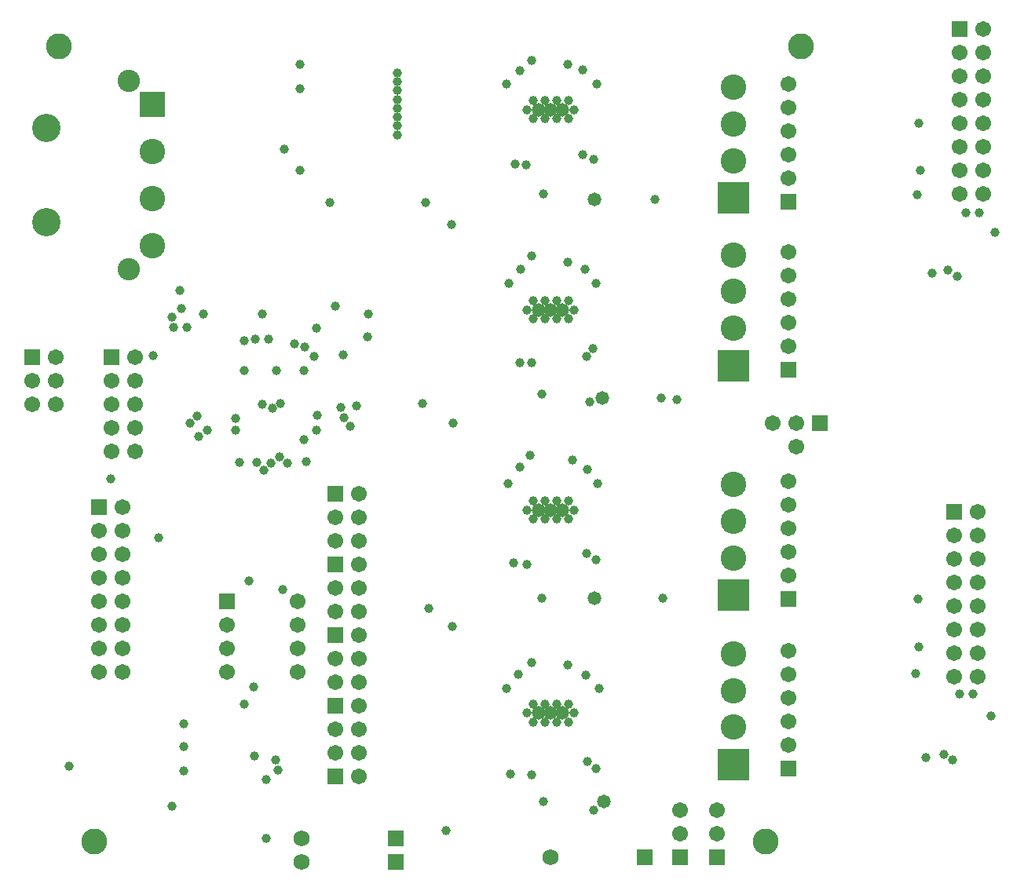
<source format=gbr>
G04 DipTrace 2.1.0.0*
%INBottom Mask.gbr*%
%MOIN*%
%ADD10C,0.01*%
%ADD11C,0.006*%
%ADD12C,0.003*%
%ADD13C,0.016*%
%ADD14C,0.008*%
%ADD15C,0.039*%
%ADD16C,0.012*%
%ADD17C,0.02*%
%ADD18C,0.06*%
%ADD19C,0.15*%
%ADD20C,0.05*%
%ADD21C,0.125*%
%ADD22C,0.1*%
%ADD23C,0.025*%
%ADD24C,0.013*%
%ADD25R,0.1063X0.063*%
%ADD26R,0.0591X0.0512*%
%ADD27R,0.0512X0.0591*%
%ADD28R,0.063X0.1063*%
%ADD29R,0.05X0.06*%
%ADD30R,0.06X0.05*%
%ADD31R,0.1X0.1*%
%ADD32R,0.0591X0.0591*%
%ADD33C,0.0591*%
%ADD34R,0.0827X0.0197*%
%ADD35R,0.0827X0.0591*%
%ADD36R,0.125X0.125*%
%ADD37C,0.1*%
%ADD38R,0.06X0.06*%
%ADD39R,0.071X0.14*%
%ADD40R,0.0551X0.0177*%
%ADD41R,0.0177X0.0551*%
%ADD42R,0.04X0.025*%
%ADD43R,0.012X0.065*%
%ADD44R,0.0827X0.0157*%
%ADD45R,0.09X0.056*%
%ADD46R,0.1X0.056*%
%ADD47R,0.0197X0.0827*%
%ADD48R,0.0591X0.0827*%
%ADD49R,0.0157X0.0827*%
%ADD50C,0.031*%
%ADD51C,0.019*%
%ADD52C,0.035*%
%ADD53C,0.095*%
%ADD54C,0.12*%
%ADD55C,0.11*%
%ADD56C,0.067*%
%ADD57C,0.0354*%
%ADD58C,0.063*%
%ADD59C,0.038*%
%ADD60C,0.023*%
%ADD61C,0.058*%
%ADD62C,0.042*%
%ADD63R,0.0237X0.0907*%
%ADD64R,0.0077X0.0747*%
%ADD65R,0.0671X0.0907*%
%ADD66R,0.0511X0.0747*%
%ADD67R,0.0277X0.0907*%
%ADD68R,0.0117X0.0747*%
%ADD69R,0.108X0.064*%
%ADD70R,0.092X0.048*%
%ADD71R,0.098X0.064*%
%ADD72R,0.082X0.048*%
%ADD73R,0.0907X0.0237*%
%ADD74R,0.0747X0.0077*%
%ADD75R,0.02X0.073*%
%ADD76R,0.004X0.057*%
%ADD77R,0.048X0.033*%
%ADD78R,0.032X0.017*%
%ADD79R,0.0257X0.0631*%
%ADD80R,0.0097X0.0471*%
%ADD81R,0.0631X0.0257*%
%ADD82R,0.0471X0.0097*%
%ADD83R,0.079X0.148*%
%ADD84R,0.063X0.132*%
%ADD85R,0.068X0.068*%
%ADD86R,0.052X0.052*%
%ADD87C,0.068*%
%ADD88C,0.052*%
%ADD89C,0.108*%
%ADD90C,0.092*%
%ADD91R,0.133X0.133*%
%ADD92R,0.117X0.117*%
%ADD93R,0.0907X0.0671*%
%ADD94R,0.0747X0.0511*%
%ADD95R,0.0907X0.0277*%
%ADD96R,0.0747X0.0117*%
%ADD97C,0.0671*%
%ADD98C,0.0511*%
%ADD99R,0.0671X0.0671*%
%ADD100R,0.0511X0.0511*%
%ADD101C,0.108*%
%ADD102C,0.092*%
%ADD103R,0.108X0.108*%
%ADD104R,0.092X0.092*%
%ADD105R,0.068X0.058*%
%ADD106R,0.052X0.042*%
%ADD107R,0.058X0.068*%
%ADD108R,0.042X0.052*%
%ADD109R,0.071X0.1143*%
%ADD110R,0.055X0.0983*%
%ADD111R,0.0592X0.0671*%
%ADD112R,0.0432X0.0511*%
%ADD113R,0.0671X0.0592*%
%ADD114R,0.0511X0.0432*%
%ADD115R,0.1143X0.071*%
%ADD116R,0.0983X0.055*%
%ADD117C,0.0062*%
%ADD118C,0.0124*%
%ADD119C,0.0077*%
%FSLAX44Y44*%
%SFA1B1*%
%OFA0B0*%
G04*
G70*
G90*
G75*
G01*
%LNBotMask*%
%LPD*%
D15*
X11065Y29315D3*
X20315Y37065D3*
X15503Y35315D3*
X10190Y18815D3*
X6378Y9127D3*
X14003Y17002D3*
X10190Y18815D3*
X28480Y24580D3*
X32190Y24690D3*
X24960Y38090D3*
X25040Y29630D3*
X28753D3*
X25040D3*
X28815Y21127D3*
X25003D3*
X28878Y12433D3*
X24940D3*
X28815Y21127D3*
X28780Y38090D3*
X24960D3*
X12253Y23377D3*
X14753Y6065D3*
Y8565D3*
X8128Y21315D3*
X14753Y8565D3*
Y6065D3*
X26503Y33440D3*
D61*
X28690Y33190D3*
D15*
X31252D3*
X26440Y24940D3*
D61*
X29003Y24752D3*
D15*
X31503D3*
X26503Y7627D3*
D61*
X29065D3*
D15*
X26440Y16252D3*
D61*
X28690D3*
D15*
X31565D3*
X25775Y34665D3*
X26014Y39076D3*
X11503Y23690D3*
X11815Y24002D3*
X11878Y23127D3*
X25815Y17690D3*
X13815Y27190D3*
X14270Y27250D3*
X26014Y30794D3*
X45690Y31779D3*
X26014Y26246D3*
X13815Y11752D3*
X14253Y9550D3*
X26014Y8746D3*
X25940Y22315D3*
X15128Y9377D3*
X11260Y9970D3*
X15260Y8950D3*
X11253Y8940D3*
X13810Y25940D3*
X14340Y22010D3*
X16350Y22980D3*
X13626Y22010D3*
X28190Y38690D3*
X25510Y38670D3*
X28270Y30220D3*
X25540D3*
X28390Y21720D3*
X25502Y21815D3*
X28315Y13002D3*
X25460Y13020D3*
X16350Y25940D3*
X15180D3*
X10751Y7440D3*
X11253Y10940D3*
X14220Y12502D3*
X25510Y38670D3*
X28628Y7252D3*
X21508Y33065D3*
X17440D3*
X22378Y6377D3*
X25460Y13020D3*
X21660Y15840D3*
X21390Y24540D3*
X18565Y24435D3*
X44065Y29940D3*
X42378Y33377D3*
X43690Y30190D3*
X42440Y36440D3*
X45503Y11252D3*
X26014Y13514D3*
X43878Y9377D3*
X42315Y13065D3*
X43503Y9627D3*
X42399Y16211D3*
X44753Y12190D3*
X45003Y32627D3*
X42503Y34440D3*
X44440Y32627D3*
X43003Y30065D3*
X42431Y14190D3*
X44176Y12190D3*
X42753Y9502D3*
X27540Y38910D3*
X11128Y28565D3*
X25315Y34690D3*
X12065Y28315D3*
X10753Y28190D3*
X16190Y34440D3*
Y37877D3*
Y38940D3*
X28628Y34877D3*
X11378Y27752D3*
X28190Y35080D3*
X10815Y27752D3*
X13440Y23877D3*
Y23378D3*
X27549Y13429D3*
X14628Y21690D3*
X25110Y8780D3*
X14940Y22002D3*
X22628Y15065D3*
X15315Y22252D3*
X28750Y9020D3*
X15628Y22002D3*
X28390Y9320D3*
X16440Y22065D3*
X15440Y16627D3*
X27740Y22130D3*
X18315Y23565D3*
X25253Y17752D3*
X16880Y23390D3*
X22690Y23690D3*
X18060Y23920D3*
X28753Y17878D3*
X16910Y24020D3*
X28342Y18162D3*
X17920Y24360D3*
X15346Y24534D3*
X15003Y24315D3*
X14590Y24480D3*
X27550Y30510D3*
X18000Y26600D3*
X25500Y26250D3*
X16787Y26530D3*
X22626Y32125D3*
X17680Y28660D3*
X28620Y26860D3*
X16880Y27710D3*
X28350Y26530D3*
X16378Y26940D3*
X9940Y26565D3*
X15940Y27065D3*
X14850Y27250D3*
X19060Y27350D3*
X14580Y28315D3*
X19065D3*
D61*
X26815Y37000D3*
X27315D3*
D15*
X27815D3*
D61*
X26815Y28500D3*
X26315Y37000D3*
D15*
X25815D3*
D61*
X27315Y28500D3*
D15*
X26565Y37375D3*
X27065D3*
X27565D3*
X27815Y28500D3*
X26065Y37375D3*
D61*
X26315Y28500D3*
D15*
X25815D3*
X26065Y36625D3*
X26565D3*
X27065D3*
X27565D3*
X27065Y28875D3*
X27565D3*
X26565D3*
X26065D3*
X26565Y28125D3*
X27065D3*
X27565D3*
X26065D3*
D61*
X26815Y20000D3*
X27315D3*
D15*
X27815D3*
D61*
X26315D3*
D15*
X25815D3*
X27065Y20375D3*
X27565D3*
X26565D3*
X26065D3*
Y19625D3*
X26565D3*
X27065D3*
X27565D3*
D61*
X26815Y11375D3*
X27315D3*
D15*
X27815D3*
D61*
X26315D3*
D15*
X25815D3*
X26565Y11750D3*
X27065D3*
X27565D3*
X26065D3*
X26565Y11000D3*
X27065D3*
X27565D3*
X26065D3*
X20315Y37440D3*
Y37815D3*
Y38190D3*
Y38565D3*
Y36690D3*
Y36315D3*
Y35940D3*
D103*
X9898Y37221D3*
D101*
Y35221D3*
Y33221D3*
Y31221D3*
D53*
X8898Y38221D3*
Y30221D3*
D54*
X5398Y36221D3*
Y32221D3*
D99*
X4815Y26502D3*
D97*
X5815Y25502D3*
Y24502D3*
Y26502D3*
X4815Y25502D3*
Y24502D3*
D99*
X8190Y26502D3*
D97*
X9190D3*
X8190Y25502D3*
X9190D3*
X8190Y24502D3*
X9190D3*
X8190Y23502D3*
X9190D3*
X8190Y22502D3*
X9190D3*
D99*
X32315Y5253D3*
D97*
Y6253D3*
Y7253D3*
D99*
X33874Y5252D3*
D97*
Y6252D3*
Y7252D3*
D99*
X17690Y20690D3*
D97*
X18690Y19690D3*
Y18690D3*
Y20690D3*
X17690Y19690D3*
Y18690D3*
D99*
Y17690D3*
D97*
X18690Y16690D3*
Y15690D3*
Y17690D3*
X17690Y16690D3*
Y15690D3*
D99*
Y14690D3*
D97*
X18690Y13690D3*
Y12690D3*
Y14690D3*
X17690Y13690D3*
Y12690D3*
D99*
Y11690D3*
D97*
X18690Y10690D3*
Y9690D3*
Y11690D3*
X17690Y10690D3*
Y9690D3*
D99*
Y8690D3*
D97*
X18690D3*
D99*
X7628Y20127D3*
D97*
X8628D3*
X7628Y19127D3*
X8628D3*
X7628Y18127D3*
X8628D3*
X7628Y17127D3*
X8628D3*
X7628Y16127D3*
X8628D3*
X7628Y15127D3*
X8628D3*
X7628Y14127D3*
X8628D3*
X7628Y13127D3*
X8628D3*
D91*
X34568Y33248D3*
D89*
Y34838D3*
Y36398D3*
Y37958D3*
D99*
X36900Y33090D3*
D97*
Y34090D3*
Y35090D3*
Y36090D3*
Y37090D3*
Y38090D3*
D91*
X34565Y26125D3*
D89*
Y27715D3*
Y29275D3*
Y30835D3*
D99*
X36900Y25965D3*
D97*
Y26965D3*
Y27965D3*
Y28965D3*
Y29965D3*
Y30965D3*
D91*
X34570Y16383D3*
D89*
Y17973D3*
Y19533D3*
Y21093D3*
D99*
X36900Y16225D3*
D97*
Y17225D3*
Y18225D3*
Y19225D3*
Y20225D3*
Y21225D3*
D91*
X34570Y9188D3*
D89*
Y10778D3*
Y12338D3*
Y13898D3*
D99*
X36900Y9030D3*
D97*
Y10030D3*
Y11030D3*
Y12030D3*
Y13030D3*
Y14030D3*
D99*
X38238Y23685D3*
D97*
X37238D3*
X36238D3*
X37238Y22685D3*
D87*
X16253Y6065D3*
D85*
X20253D3*
D87*
X16253Y5065D3*
D85*
X20253D3*
D87*
X26815Y5253D3*
D85*
X30815D3*
D99*
X13065Y16127D3*
D97*
Y15127D3*
Y14127D3*
Y13127D3*
X16065D3*
Y14127D3*
Y15127D3*
Y16127D3*
D99*
X44190Y40440D3*
D97*
X45190D3*
X44190Y39440D3*
X45190D3*
X44190Y38440D3*
X45190D3*
X44190Y37440D3*
X45190D3*
X44190Y36440D3*
X45190D3*
X44190Y35440D3*
X45190D3*
X44190Y34440D3*
X45190D3*
X44190Y33440D3*
X45190D3*
D99*
X43940Y19940D3*
D97*
X44940D3*
X43940Y18940D3*
X44940D3*
X43940Y17940D3*
X44940D3*
X43940Y16940D3*
X44940D3*
X43940Y15940D3*
X44940D3*
X43940Y14940D3*
X44940D3*
X43940Y13940D3*
X44940D3*
X43940Y12940D3*
X44940D3*
D55*
X5940Y39690D3*
X35940Y5940D3*
X7440D3*
X37440Y39690D3*
M02*

</source>
